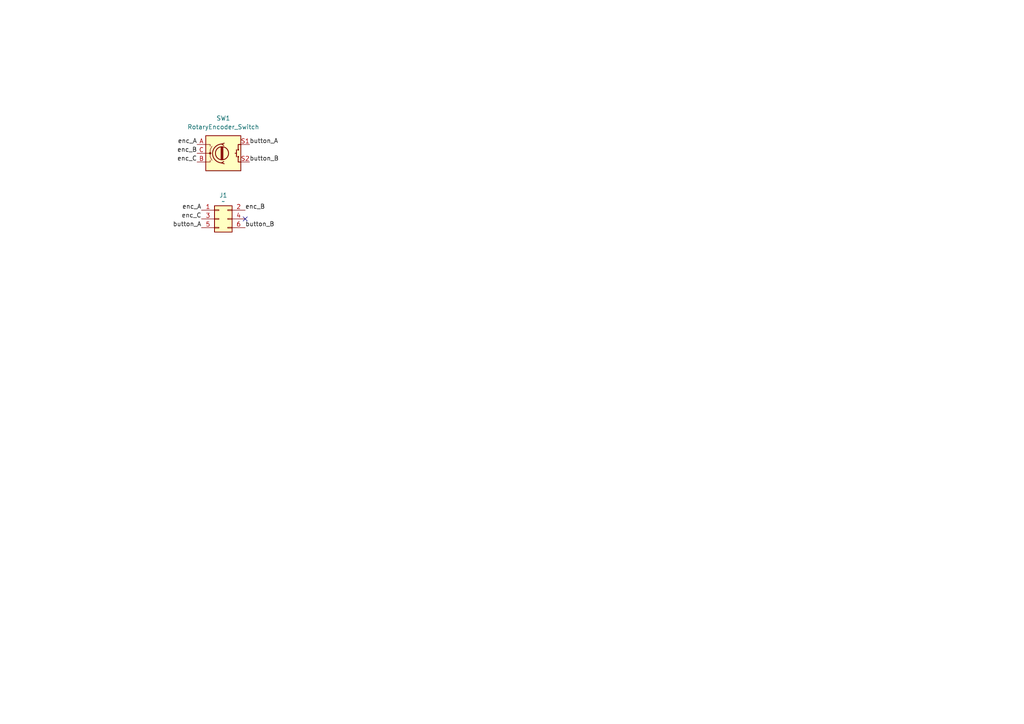
<source format=kicad_sch>
(kicad_sch (version 20231120) (generator "eeschema") (generator_version "8.0")
  (paper "A4")
  (lib_symbols
    (symbol "Connector_Generic:Conn_02x03_Odd_Even" (pin_names (offset 1.016) hide)
      (property "Reference" "J" (at 1.27 5.08 0))
      (property "Value" "Conn_02x03_Odd_Even" (at 1.27 -5.08 0))
      (symbol "Conn_02x03_Odd_Even_1_1"
        (rectangle (start -1.27 -2.413) (end 0 -2.667) (stroke (width 0.1524)))
        (rectangle (start -1.27 0.127) (end 0 -0.127) (stroke (width 0.1524)))
        (rectangle (start -1.27 2.667) (end 0 2.413) (stroke (width 0.1524)))
        (rectangle (start -1.27 3.81) (end 3.81 -3.81) (stroke (width 0.254)) (fill (type background)))
        (rectangle (start 3.81 -2.413) (end 2.54 -2.667) (stroke (width 0.1524)))
        (rectangle (start 3.81 0.127) (end 2.54 -0.127) (stroke (width 0.1524)))
        (rectangle (start 3.81 2.667) (end 2.54 2.413) (stroke (width 0.1524)))
        (pin passive line (at -5.08 2.54 0) (length 3.81) (name "Pin_1") (number "1"))
        (pin passive line (at 7.62 2.54 180) (length 3.81) (name "Pin_2") (number "2"))
        (pin passive line (at -5.08 0 0) (length 3.81) (name "Pin_3") (number "3"))
        (pin passive line (at 7.62 0 180) (length 3.81) (name "Pin_4") (number "4"))
        (pin passive line (at -5.08 -2.54 0) (length 3.81) (name "Pin_5") (number "5"))
        (pin passive line (at 7.62 -2.54 180) (length 3.81) (name "Pin_6") (number "6"))
      )
    )
    (symbol "Device:RotaryEncoder_Switch" (pin_names (offset 0.254) hide)
      (property "Reference" "SW" (at 0 6.604 0))
      (property "Value" "RotaryEncoder_Switch" (at 0 -6.604 0))
      (symbol "RotaryEncoder_Switch_0_1"
        (rectangle (start -5.08 5.08) (end 5.08 -5.08) (stroke (width 0.254)) (fill (type background)))
        (circle (center -3.81 0) (radius 0.254) (fill (type outline)))
        (circle (center -0.381 0) (radius 1.905) (stroke (width 0.254)))
        (arc (start -0.381 2.667) (mid -3.0988 -0.0635) (end -0.381 -2.794) (stroke (width 0.254)))
        (polyline (pts (xy -0.635 -1.778) (xy -0.635 1.778)) (stroke (width 0.254)))
        (polyline (pts (xy -0.381 -1.778) (xy -0.381 1.778)) (stroke (width 0.254)))
        (polyline (pts (xy -0.127 1.778) (xy -0.127 -1.778)) (stroke (width 0.254)))
        (polyline (pts (xy 3.81 0) (xy 3.429 0)) (stroke (width 0.254)))
        (polyline (pts (xy 3.81 1.016) (xy 3.81 -1.016)) (stroke (width 0.254)))
        (polyline (pts (xy -5.08 -2.54) (xy -3.81 -2.54) (xy -3.81 -2.032)))
        (polyline (pts (xy -5.08 2.54) (xy -3.81 2.54) (xy -3.81 2.032)))
        (polyline (pts (xy 0.254 -3.048) (xy -0.508 -2.794) (xy 0.127 -2.413)) (stroke (width 0.254)))
        (polyline (pts (xy 0.254 2.921) (xy -0.508 2.667) (xy 0.127 2.286)) (stroke (width 0.254)))
        (polyline (pts (xy 5.08 -2.54) (xy 4.318 -2.54) (xy 4.318 -1.016)) (stroke (width 0.254)))
        (polyline (pts (xy 5.08 2.54) (xy 4.318 2.54) (xy 4.318 1.016)) (stroke (width 0.254)))
        (polyline (pts (xy -5.08 0) (xy -3.81 0) (xy -3.81 -1.016) (xy -3.302 -2.032)))
        (polyline (pts (xy -4.318 0) (xy -3.81 0) (xy -3.81 1.016) (xy -3.302 2.032)))
        (circle (center 4.318 -1.016) (radius 0.127) (stroke (width 0.254)))
        (circle (center 4.318 1.016) (radius 0.127) (stroke (width 0.254)))
      )
      (symbol "RotaryEncoder_Switch_1_1"
        (pin passive line (at -7.62 2.54 0) (length 2.54) (name "A") (number "A"))
        (pin passive line (at -7.62 -2.54 0) (length 2.54) (name "B") (number "B"))
        (pin passive line (at -7.62 0 0) (length 2.54) (name "C") (number "C"))
        (pin passive line (at 7.62 2.54 180) (length 2.54) (name "S1") (number "S1"))
        (pin passive line (at 7.62 -2.54 180) (length 2.54) (name "S2") (number "S2"))
      )
    )
  )
  (no_connect (at 71.12 63.5))
  (label "enc_A" (at 57.15 41.91 180))
  (label "enc_B" (at 57.15 44.45 180))
  (label "enc_C" (at 57.15 46.99 180))
  (label "button_A" (at 58.42 66.04 180))
  (label "enc_B" (at 71.12 60.96 0))
  (label "enc_A" (at 58.42 60.96 180))
  (label "enc_C" (at 58.42 63.5 180))
  (label "button_B" (at 71.12 66.04 0))
  (label "button_A" (at 72.39 41.91 0))
  (label "button_B" (at 72.39 46.99 0))
  (symbol (lib_id "Connector_Generic:Conn_02x03_Odd_Even") (at 63.5 63.5 0) (unit 1)
    (property "Reference" "J1" (at 64.77 56.642 0))
    (property "Value" "~" (at 64.77 58.42 0))
    (property "Footprint" "Connector_PinHeader_2.54mm:PinHeader_2x03_P2.54mm_Vertical" (effects (hide yes)))
    (property "Description" "Generic connector, double row, 02x03, odd/even pin numbering scheme (row 1 odd numbers, row 2 even numbers), script generated (kicad-library-utils/schlib/autogen/connector/)" (effects (hide yes)))
  )
  (symbol (lib_id "Device:RotaryEncoder_Switch") (at 64.77 44.45 0) (unit 1)
    (property "Reference" "SW1" (at 64.77 34.29 0))
    (property "Value" "RotaryEncoder_Switch" (at 64.77 36.83 0))
    (property "Footprint" "Rotary_Encoder:RotaryEncoder_Alps_EC11E-Switch_Vertical_H20mm" (effects (hide yes)))
    (property "Description" "Rotary encoder, dual channel, incremental quadrate outputs, with switch" (effects (hide yes)))
  )
)
</source>
